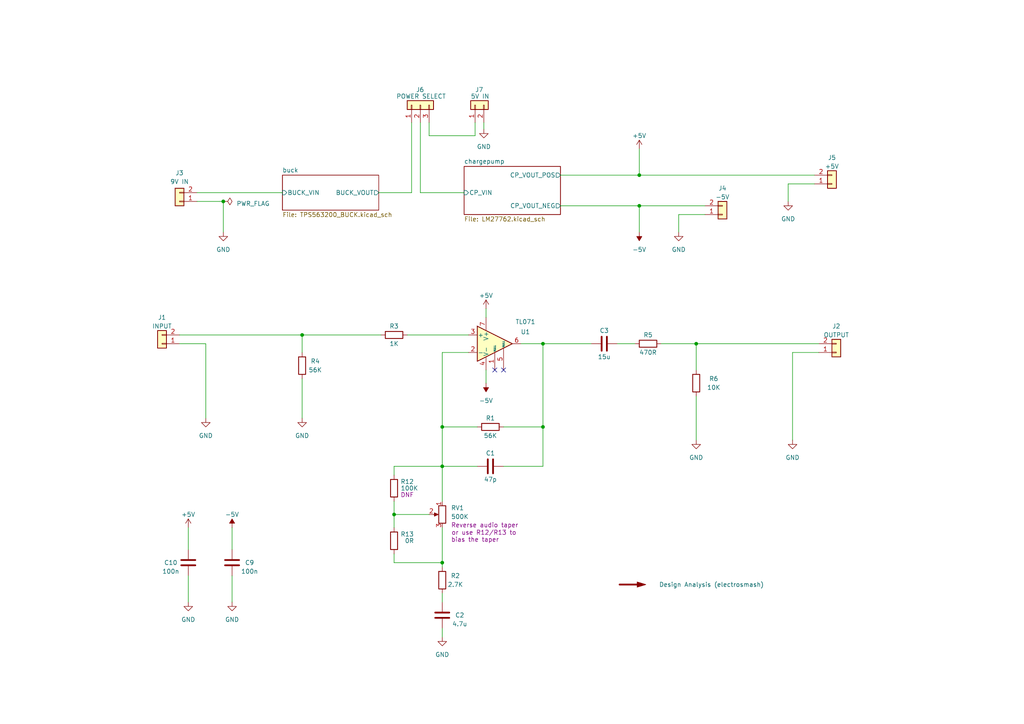
<source format=kicad_sch>
(kicad_sch (version 20230121) (generator eeschema)
  (paper "A4")
  (lib_symbols
    (symbol "Amplifier_Operational:TL071" (pin_names (offset 0.127))
      (property "Reference" "U" (at 0 6.35 0))
      (property "Value" "TL071" (at 0 3.81 0))
      (symbol "TL071_0_1"
        (polyline (pts (xy -5.08 5.08) (xy 5.08 0) (xy -5.08 -5.08) (xy -5.08 5.08)) (stroke (width 0.254)) (fill (type background)))
      )
      (symbol "TL071_1_1"
        (pin input line (at 0 -7.62 90) (length 5.08) (name "NULL") (number "1"))
        (pin input line (at -7.62 -2.54 0) (length 2.54) (name "-") (number "2"))
        (pin input line (at -7.62 2.54 0) (length 2.54) (name "+") (number "3"))
        (pin power_in line (at -2.54 -7.62 90) (length 3.81) (name "V-") (number "4"))
        (pin input line (at 2.54 -7.62 90) (length 6.35) (name "NULL") (number "5"))
        (pin output line (at 7.62 0 180) (length 2.54) (name "~") (number "6"))
        (pin power_in line (at -2.54 7.62 270) (length 3.81) (name "V+") (number "7"))
        (pin no_connect line (at 0 2.54 270) (length 2.54) hide (name "NC") (number "8"))
      )
    )
    (symbol "Connector_Generic:Conn_01x02" (pin_names (offset 1.016) hide)
      (property "Reference" "J" (at 0 2.54 0))
      (property "Value" "Conn_01x02" (at 0 -5.08 0))
      (symbol "Conn_01x02_1_1"
        (rectangle (start -1.27 -2.413) (end 0 -2.667) (stroke (width 0.1524)))
        (rectangle (start -1.27 0.127) (end 0 -0.127) (stroke (width 0.1524)))
        (rectangle (start -1.27 1.27) (end 1.27 -3.81) (stroke (width 0.254)) (fill (type background)))
        (pin passive line (at -5.08 0 0) (length 3.81) (name "Pin_1") (number "1"))
        (pin passive line (at -5.08 -2.54 0) (length 3.81) (name "Pin_2") (number "2"))
      )
    )
    (symbol "Connector_Generic:Conn_01x03" (pin_names (offset 1.016) hide)
      (property "Reference" "J" (at 0 5.08 0))
      (property "Value" "Conn_01x03" (at 0 -5.08 0))
      (symbol "Conn_01x03_1_1"
        (rectangle (start -1.27 -2.413) (end 0 -2.667) (stroke (width 0.1524)))
        (rectangle (start -1.27 0.127) (end 0 -0.127) (stroke (width 0.1524)))
        (rectangle (start -1.27 2.667) (end 0 2.413) (stroke (width 0.1524)))
        (rectangle (start -1.27 3.81) (end 1.27 -3.81) (stroke (width 0.254)) (fill (type background)))
        (pin passive line (at -5.08 2.54 0) (length 3.81) (name "Pin_1") (number "1"))
        (pin passive line (at -5.08 0 0) (length 3.81) (name "Pin_2") (number "2"))
        (pin passive line (at -5.08 -2.54 0) (length 3.81) (name "Pin_3") (number "3"))
      )
    )
    (symbol "Device:C" (pin_numbers hide) (pin_names (offset 0.254))
      (property "Reference" "C" (at 0.635 2.54 0))
      (property "Value" "C" (at 0.635 -2.54 0))
      (symbol "C_0_1"
        (polyline (pts (xy -2.032 -0.762) (xy 2.032 -0.762)) (stroke (width 0.508)))
        (polyline (pts (xy -2.032 0.762) (xy 2.032 0.762)) (stroke (width 0.508)))
      )
      (symbol "C_1_1"
        (pin passive line (at 0 3.81 270) (length 2.794) (name "~") (number "1"))
        (pin passive line (at 0 -3.81 90) (length 2.794) (name "~") (number "2"))
      )
    )
    (symbol "Device:R" (pin_numbers hide) (pin_names (offset 0))
      (property "Reference" "R" (at 2.032 0 90))
      (property "Value" "R" (at 0 0 90))
      (symbol "R_0_1"
        (rectangle (start -1.016 -2.54) (end 1.016 2.54) (stroke (width 0.254)))
      )
      (symbol "R_1_1"
        (pin passive line (at 0 3.81 270) (length 1.27) (name "~") (number "1"))
        (pin passive line (at 0 -3.81 90) (length 1.27) (name "~") (number "2"))
      )
    )
    (symbol "Device:R_Potentiometer" (pin_names (offset 1.016) hide)
      (property "Reference" "RV" (at -4.445 0 90))
      (property "Value" "R_Potentiometer" (at -2.54 0 90))
      (symbol "R_Potentiometer_0_1"
        (polyline (pts (xy 2.54 0) (xy 1.524 0)))
        (polyline (pts (xy 1.143 0) (xy 2.286 0.508) (xy 2.286 -0.508) (xy 1.143 0)) (fill (type outline)))
        (rectangle (start 1.016 2.54) (end -1.016 -2.54) (stroke (width 0.254)))
      )
      (symbol "R_Potentiometer_1_1"
        (pin passive line (at 0 3.81 270) (length 1.27) (name "1") (number "1"))
        (pin passive line (at 3.81 0 180) (length 1.27) (name "2") (number "2"))
        (pin passive line (at 0 -3.81 90) (length 1.27) (name "3") (number "3"))
      )
    )
    (symbol "Graphic:SYM_Arrow_Large" (in_bom no) (on_board no)
      (symbol "SYM_Arrow_Large_0_1"
        (polyline (pts (xy 2.54 0) (xy -3.81 0)) (stroke (width 0.508)))
        (polyline (pts (xy 3.81 0) (xy 1.27 -0.762) (xy 1.27 0.762) (xy 3.81 0)) (fill (type outline)))
      )
    )
    (symbol "power:+5V" (power) (pin_names (offset 0))
      (property "Value" "+5V" (at 0 3.556 0))
      (symbol "+5V_0_1"
        (polyline (pts (xy -0.762 1.27) (xy 0 2.54)))
        (polyline (pts (xy 0 0) (xy 0 2.54)))
        (polyline (pts (xy 0 2.54) (xy 0.762 1.27)))
      )
      (symbol "+5V_1_1"
        (pin power_in line (at 0 0 90) (length 0) hide (name "+5V") (number "1"))
      )
    )
    (symbol "power:-5V" (power) (pin_names (offset 0))
      (property "Value" "-5V" (at 0 3.81 0))
      (symbol "-5V_0_0"
        (pin power_in line (at 0 0 90) (length 0) hide (name "-5V") (number "1"))
      )
      (symbol "-5V_0_1"
        (polyline (pts (xy 0 0) (xy 0 1.27) (xy 0.762 1.27) (xy 0 2.54) (xy -0.762 1.27) (xy 0 1.27)) (fill (type outline)))
      )
    )
    (symbol "power:GND" (power) (pin_names (offset 0))
      (property "Value" "GND" (at 0 -3.81 0))
      (symbol "GND_0_1"
        (polyline (pts (xy 0 0) (xy 0 -1.27) (xy 1.27 -1.27) (xy 0 -2.54) (xy -1.27 -1.27) (xy 0 -1.27)))
      )
      (symbol "GND_1_1"
        (pin power_in line (at 0 0 270) (length 0) hide (name "GND") (number "1"))
      )
    )
    (symbol "power:PWR_FLAG" (power) (pin_numbers hide) (pin_names (offset 0) hide)
      (property "Value" "PWR_FLAG" (at 0 3.81 0))
      (symbol "PWR_FLAG_0_0"
        (pin power_out line (at 0 0 90) (length 0) (name "pwr") (number "1"))
      )
      (symbol "PWR_FLAG_0_1"
        (polyline (pts (xy 0 0) (xy 0 1.27) (xy -1.016 1.905) (xy 0 2.54) (xy 1.016 1.905) (xy 0 1.27)))
      )
    )
  )
  (junction (at 185.42 50.8))
  (junction (at 87.63 97.155))
  (junction (at 64.77 58.42))
  (junction (at 185.42 59.69))
  (junction (at 128.27 123.825))
  (junction (at 114.3 149.225))
  (junction (at 201.93 99.695))
  (junction (at 157.48 99.695))
  (junction (at 128.27 163.195))
  (junction (at 157.48 123.825))
  (junction (at 128.27 135.255))
  (no_connect (at 146.05 107.315))
  (no_connect (at 143.51 107.315))
  (wire (pts (xy 140.97 107.315) (xy 140.97 111.125)))
  (wire (pts (xy 118.11 97.155) (xy 135.89 97.155)))
  (wire (pts (xy 140.335 35.56) (xy 140.335 37.465)))
  (wire (pts (xy 57.15 58.42) (xy 64.77 58.42)))
  (wire (pts (xy 87.63 97.155) (xy 110.49 97.155)))
  (wire (pts (xy 128.27 172.085) (xy 128.27 174.625)))
  (wire (pts (xy 128.27 135.255) (xy 128.27 145.415)))
  (wire (pts (xy 121.92 55.88) (xy 134.62 55.88)))
  (wire (pts (xy 201.93 114.935) (xy 201.93 127.635)))
  (wire (pts (xy 128.27 163.195) (xy 128.27 164.465)))
  (wire (pts (xy 162.56 59.69) (xy 185.42 59.69)))
  (wire (pts (xy 201.93 99.695) (xy 191.77 99.695)))
  (wire (pts (xy 114.3 160.655) (xy 114.3 163.195)))
  (wire (pts (xy 128.27 182.245) (xy 128.27 184.785)))
  (wire (pts (xy 128.27 135.255) (xy 128.27 123.825)))
  (wire (pts (xy 114.3 163.195) (xy 128.27 163.195)))
  (wire (pts (xy 124.46 39.37) (xy 137.795 39.37)))
  (wire (pts (xy 185.42 59.69) (xy 204.47 59.69)))
  (wire (pts (xy 114.3 137.795) (xy 114.3 135.255)))
  (wire (pts (xy 236.22 53.34) (xy 228.6 53.34)))
  (wire (pts (xy 54.61 167.005) (xy 54.61 174.625)))
  (wire (pts (xy 87.63 109.855) (xy 87.63 121.285)))
  (wire (pts (xy 228.6 53.34) (xy 228.6 58.42)))
  (wire (pts (xy 237.49 102.235) (xy 229.87 102.235)))
  (wire (pts (xy 128.27 153.035) (xy 128.27 163.195)))
  (wire (pts (xy 185.42 50.8) (xy 236.22 50.8)))
  (wire (pts (xy 54.61 153.035) (xy 54.61 159.385)))
  (wire (pts (xy 162.56 50.8) (xy 185.42 50.8)))
  (wire (pts (xy 87.63 102.235) (xy 87.63 97.155)))
  (wire (pts (xy 137.795 35.56) (xy 137.795 39.37)))
  (wire (pts (xy 201.93 107.315) (xy 201.93 99.695)))
  (wire (pts (xy 114.3 145.415) (xy 114.3 149.225)))
  (wire (pts (xy 157.48 135.255) (xy 157.48 123.825)))
  (wire (pts (xy 119.38 35.56) (xy 119.38 55.88)))
  (wire (pts (xy 138.43 123.825) (xy 128.27 123.825)))
  (wire (pts (xy 64.77 58.42) (xy 64.77 67.31)))
  (wire (pts (xy 114.3 149.225) (xy 124.46 149.225)))
  (wire (pts (xy 124.46 35.56) (xy 124.46 39.37)))
  (wire (pts (xy 237.49 99.695) (xy 201.93 99.695)))
  (wire (pts (xy 121.92 35.56) (xy 121.92 55.88)))
  (wire (pts (xy 185.42 43.18) (xy 185.42 50.8)))
  (wire (pts (xy 138.43 135.255) (xy 128.27 135.255)))
  (wire (pts (xy 204.47 62.23) (xy 196.85 62.23)))
  (wire (pts (xy 157.48 99.695) (xy 157.48 123.825)))
  (wire (pts (xy 128.27 102.235) (xy 135.89 102.235)))
  (wire (pts (xy 67.31 153.035) (xy 67.31 159.385)))
  (wire (pts (xy 114.3 149.225) (xy 114.3 153.035)))
  (wire (pts (xy 157.48 123.825) (xy 146.05 123.825)))
  (wire (pts (xy 157.48 99.695) (xy 171.45 99.695)))
  (wire (pts (xy 179.07 99.695) (xy 184.15 99.695)))
  (wire (pts (xy 52.07 97.155) (xy 87.63 97.155)))
  (wire (pts (xy 146.05 135.255) (xy 157.48 135.255)))
  (wire (pts (xy 196.85 62.23) (xy 196.85 67.31)))
  (wire (pts (xy 57.15 55.88) (xy 81.915 55.88)))
  (wire (pts (xy 114.3 135.255) (xy 128.27 135.255)))
  (wire (pts (xy 185.42 59.69) (xy 185.42 67.31)))
  (wire (pts (xy 67.31 167.005) (xy 67.31 174.625)))
  (wire (pts (xy 59.69 99.695) (xy 59.69 121.285)))
  (wire (pts (xy 140.97 89.535) (xy 140.97 92.075)))
  (wire (pts (xy 151.13 99.695) (xy 157.48 99.695)))
  (wire (pts (xy 109.855 55.88) (xy 119.38 55.88)))
  (wire (pts (xy 229.87 102.235) (xy 229.87 127.635)))
  (wire (pts (xy 52.07 99.695) (xy 59.69 99.695)))
  (wire (pts (xy 128.27 123.825) (xy 128.27 102.235)))
  (symbol (lib_id "Amplifier_Operational:TL071") (at 143.51 99.695 0) (unit 1)
    (property "Reference" "U1" (at 152.4 96.2661 0))
    (property "Value" "TL071" (at 152.4 93.345 0))
    (property "Footprint" "Package_SO:SOIC-8_3.9x4.9mm_P1.27mm" (effects hide))
    (property "Datasheet" "${KIPRJMOD}/../../hw/datasheets/tl071.pdf" (effects hide))
  )
  (symbol (lib_id "Device:C") (at 142.24 135.255 90) (unit 1)
    (property "Reference" "C1" (at 142.24 131.445 90))
    (property "Value" "47p" (at 142.24 139.065 90))
    (property "Footprint" "Capacitor_SMD:C_0805_2012Metric_Pad1.18x1.45mm_HandSolder" (effects hide))
  )
  (symbol (lib_id "power:+5V") (at 185.42 43.18 0) (unit 1)
    (property "Reference" "#PWR014" (effects hide))
    (property "Value" "+5V" (at 185.42 39.37 0))
  )
  (symbol (lib_id "Device:C") (at 54.61 163.195 0) (mirror x) (unit 1)
    (property "Reference" "C10" (at 49.53 163.195 0))
    (property "Value" "100n" (at 49.53 165.735 0))
    (property "Footprint" "Capacitor_SMD:C_0805_2012Metric_Pad1.18x1.45mm_HandSolder" (effects hide))
  )
  (symbol (lib_id "Connector_Generic:Conn_01x02") (at 52.07 58.42 180) (unit 1)
    (property "Reference" "J3" (at 52.07 50.165 0))
    (property "Value" "9V IN" (at 52.07 52.705 0))
    (property "Footprint" "Connector_PinHeader_2.54mm:PinHeader_1x02_P2.54mm_Vertical" (effects hide))
  )
  (symbol (lib_id "Graphic:SYM_Arrow_Large") (at 183.515 169.545 0) (unit 1) (in_bom no) (on_board no)
    (property "Reference" "#SYM1" (effects hide))
    (property "Value" "Design Analysis (electrosmash)" (at 206.375 169.545 0))
    (property "Datasheet" "https://www.electrosmash.com/mxr-microamp" (effects hide))
    (property "Sim.Enable" "0" (effects hide))
  )
  (symbol (lib_id "Device:R") (at 142.24 123.825 90) (mirror x) (unit 1)
    (property "Reference" "R1" (at 142.24 121.285 90))
    (property "Value" "56K" (at 142.24 126.365 90))
    (property "Footprint" "Resistor_SMD:R_0805_2012Metric_Pad1.20x1.40mm_HandSolder" (effects hide))
  )
  (symbol (lib_id "Device:C") (at 175.26 99.695 90) (unit 1)
    (property "Reference" "C3" (at 175.26 95.885 90))
    (property "Value" "15u" (at 175.26 103.505 90))
    (property "Footprint" "Capacitor_SMD:C_0805_2012Metric_Pad1.18x1.45mm_HandSolder" (effects hide))
  )
  (symbol (lib_id "power:GND") (at 128.27 184.785 0) (unit 1)
    (property "Reference" "#PWR03" (effects hide))
    (property "Value" "GND" (at 128.27 189.865 0))
  )
  (symbol (lib_id "power:GND") (at 140.335 37.465 0) (unit 1)
    (property "Reference" "#PWR021" (effects hide))
    (property "Value" "GND" (at 140.335 42.545 0))
  )
  (symbol (lib_id "power:-5V") (at 67.31 153.035 0) (unit 1)
    (property "Reference" "#PWR018" (effects hide))
    (property "Value" "-5V" (at 67.31 149.225 0))
  )
  (symbol (lib_id "Connector_Generic:Conn_01x02") (at 46.99 99.695 180) (unit 1)
    (property "Reference" "J1" (at 46.99 92.075 0))
    (property "Value" "INPUT" (at 46.99 94.615 0))
    (property "Footprint" "Connector_PinHeader_2.54mm:PinHeader_1x02_P2.54mm_Vertical" (effects hide))
  )
  (symbol (lib_id "power:-5V") (at 185.42 67.31 180) (unit 1)
    (property "Reference" "#PWR013" (effects hide))
    (property "Value" "-5V" (at 185.42 72.39 0))
  )
  (symbol (lib_id "power:GND") (at 228.6 58.42 0) (mirror y) (unit 1)
    (property "Reference" "#PWR016" (effects hide))
    (property "Value" "GND" (at 228.6 63.5 0))
  )
  (symbol (lib_id "power:GND") (at 64.77 67.31 0) (unit 1)
    (property "Reference" "#PWR08" (effects hide))
    (property "Value" "GND" (at 64.77 72.39 0))
  )
  (symbol (lib_id "power:GND") (at 201.93 127.635 0) (unit 1)
    (property "Reference" "#PWR06" (effects hide))
    (property "Value" "GND" (at 201.93 132.715 0))
  )
  (symbol (lib_id "power:GND") (at 87.63 121.285 0) (unit 1)
    (property "Reference" "#PWR04" (effects hide))
    (property "Value" "GND" (at 87.63 126.365 0))
  )
  (symbol (lib_id "power:GND") (at 196.85 67.31 0) (mirror y) (unit 1)
    (property "Reference" "#PWR015" (effects hide))
    (property "Value" "GND" (at 196.85 72.39 0))
  )
  (symbol (lib_id "Connector_Generic:Conn_01x03") (at 121.92 30.48 90) (unit 1)
    (property "Reference" "J6" (at 120.65 26.035 90) (effects (justify right)))
    (property "Value" "POWER SELECT" (at 114.935 27.94 90) (effects (justify right)))
    (property "Footprint" "Connector_PinHeader_2.54mm:PinHeader_1x03_P2.54mm_Vertical" (effects hide))
  )
  (symbol (lib_id "Device:R") (at 87.63 106.045 0) (mirror x) (unit 1)
    (property "Reference" "R4" (at 91.44 104.775 0))
    (property "Value" "56K" (at 91.44 107.315 0))
    (property "Footprint" "Resistor_SMD:R_0805_2012Metric_Pad1.20x1.40mm_HandSolder" (effects hide))
  )
  (symbol (lib_id "Device:R") (at 114.3 97.155 90) (mirror x) (unit 1)
    (property "Reference" "R3" (at 114.3 94.615 90))
    (property "Value" "1K" (at 114.3 99.695 90))
    (property "Footprint" "Resistor_SMD:R_0805_2012Metric_Pad1.20x1.40mm_HandSolder" (effects hide))
  )
  (symbol (lib_id "Device:R") (at 201.93 111.125 0) (mirror x) (unit 1)
    (property "Reference" "R6" (at 207.01 109.855 0))
    (property "Value" "10K" (at 207.01 112.395 0))
    (property "Footprint" "Resistor_SMD:R_0805_2012Metric_Pad1.20x1.40mm_HandSolder" (effects hide))
  )
  (symbol (lib_id "power:GND") (at 54.61 174.625 0) (unit 1)
    (property "Reference" "#PWR020" (effects hide))
    (property "Value" "GND" (at 54.61 179.705 0))
  )
  (symbol (lib_id "power:GND") (at 59.69 121.285 0) (unit 1)
    (property "Reference" "#PWR05" (effects hide))
    (property "Value" "GND" (at 59.69 126.365 0))
  )
  (symbol (lib_id "Device:C") (at 128.27 178.435 180) (unit 1)
    (property "Reference" "C2" (at 133.35 178.435 0))
    (property "Value" "4.7u" (at 133.35 180.975 0))
    (property "Footprint" "Capacitor_SMD:C_0805_2012Metric_Pad1.18x1.45mm_HandSolder" (effects hide))
  )
  (symbol (lib_id "power:-5V") (at 140.97 111.125 180) (unit 1)
    (property "Reference" "#PWR01" (effects hide))
    (property "Value" "-5V" (at 140.97 116.205 0))
  )
  (symbol (lib_id "Device:R") (at 128.27 168.275 0) (mirror x) (unit 1)
    (property "Reference" "R2" (at 132.08 167.005 0))
    (property "Value" "2.7K" (at 132.08 169.545 0))
    (property "Footprint" "Resistor_SMD:R_0805_2012Metric_Pad1.20x1.40mm_HandSolder" (effects hide))
  )
  (symbol (lib_id "power:+5V") (at 54.61 153.035 0) (unit 1)
    (property "Reference" "#PWR017" (effects hide))
    (property "Value" "+5V" (at 54.61 149.225 0))
  )
  (symbol (lib_id "Connector_Generic:Conn_01x02") (at 209.55 62.23 0) (mirror x) (unit 1)
    (property "Reference" "J4" (at 209.55 54.61 0))
    (property "Value" "-5V" (at 209.55 57.15 0))
    (property "Footprint" "Connector_PinHeader_2.54mm:PinHeader_1x02_P2.54mm_Vertical" (effects hide))
  )
  (symbol (lib_id "Device:R") (at 114.3 141.605 0) (mirror x) (unit 1)
    (property "Reference" "R12" (at 118.11 139.7 0))
    (property "Value" "100K" (at 118.745 141.605 0))
    (property "Footprint" "Resistor_SMD:R_0805_2012Metric_Pad1.20x1.40mm_HandSolder" (effects hide))
    (property "Field4" "DNF" (at 118.11 143.51 0))
  )
  (symbol (lib_id "Device:C") (at 67.31 163.195 180) (unit 1)
    (property "Reference" "C9" (at 72.39 163.195 0))
    (property "Value" "100n" (at 72.39 165.735 0))
    (property "Footprint" "Capacitor_SMD:C_0805_2012Metric_Pad1.18x1.45mm_HandSolder" (effects hide))
  )
  (symbol (lib_id "power:+5V") (at 140.97 89.535 0) (unit 1)
    (property "Reference" "#PWR02" (effects hide))
    (property "Value" "+5V" (at 140.97 85.725 0))
  )
  (symbol (lib_id "power:GND") (at 67.31 174.625 0) (unit 1)
    (property "Reference" "#PWR019" (effects hide))
    (property "Value" "GND" (at 67.31 179.705 0))
  )
  (symbol (lib_id "Device:R") (at 114.3 156.845 0) (mirror x) (unit 1)
    (property "Reference" "R13" (at 118.11 154.94 0))
    (property "Value" "0R" (at 118.745 156.845 0))
    (property "Footprint" "Resistor_SMD:R_0805_2012Metric_Pad1.20x1.40mm_HandSolder" (effects hide))
    (property "Field4" "DNF" (effects hide))
  )
  (symbol (lib_id "power:GND") (at 229.87 127.635 0) (mirror y) (unit 1)
    (property "Reference" "#PWR07" (effects hide))
    (property "Value" "GND" (at 229.87 132.715 0))
  )
  (symbol (lib_id "Device:R_Potentiometer") (at 128.27 149.225 0) (mirror y) (unit 1)
    (property "Reference" "RV1" (at 130.81 147.32 0) (effects (justify right)))
    (property "Value" "500K" (at 130.81 149.86 0) (effects (justify right)))
    (property "Footprint" "Connector_PinHeader_2.54mm:PinHeader_1x03_P2.54mm_Vertical" (effects hide))
    (property "Comment" "Reverse audio taper " (at 130.81 152.273 0) (effects (justify right)))
    (property "Field5" "or use R12/R13 to " (at 140.843 154.432 0))
    (property "Field6" "bias the taper" (at 137.795 156.464 0))
  )
  (symbol (lib_id "Connector_Generic:Conn_01x02") (at 137.795 30.48 90) (unit 1)
    (property "Reference" "J7" (at 137.795 26.035 90) (effects (justify right)))
    (property "Value" "5V IN" (at 136.525 27.94 90) (effects (justify right)))
    (property "Footprint" "Connector_PinHeader_2.54mm:PinHeader_1x02_P2.54mm_Vertical" (effects hide))
  )
  (symbol (lib_id "Connector_Generic:Conn_01x02") (at 242.57 102.235 0) (mirror x) (unit 1)
    (property "Reference" "J2" (at 242.57 94.615 0))
    (property "Value" "OUTPUT" (at 242.57 97.155 0))
    (property "Footprint" "Connector_PinHeader_2.54mm:PinHeader_1x02_P2.54mm_Vertical" (effects hide))
  )
  (symbol (lib_id "power:PWR_FLAG") (at 64.77 58.42 270) (unit 1)
    (property "Reference" "#FLG02" (effects hide))
    (property "Value" "PWR_FLAG" (at 68.58 59.055 90) (effects (justify left)))
  )
  (symbol (lib_id "Connector_Generic:Conn_01x02") (at 241.3 53.34 0) (mirror x) (unit 1)
    (property "Reference" "J5" (at 241.3 45.72 0))
    (property "Value" "+5V" (at 241.3 48.26 0))
    (property "Footprint" "Connector_PinHeader_2.54mm:PinHeader_1x02_P2.54mm_Vertical" (effects hide))
  )
  (symbol (lib_id "Device:R") (at 187.96 99.695 90) (mirror x) (unit 1)
    (property "Reference" "R5" (at 187.96 97.155 90))
    (property "Value" "470R" (at 187.96 102.235 90))
    (property "Footprint" "Resistor_SMD:R_0805_2012Metric_Pad1.20x1.40mm_HandSolder" (effects hide))
  )
  (sheet (at 81.915 50.8) (size 27.94 10.16) (stroke (width 0.1524))
    (property "Sheetname" "buck" (at 81.915 50.0884 0) (effects (justify left bottom)))
    (property "Sheetfile" "TPS563200_BUCK.kicad_sch" (at 81.915 61.5446 0) (effects (justify left top)))
    (pin "BUCK_VOUT" output (at 109.855 55.88 0))
    (pin "BUCK_VIN" input (at 81.915 55.88 180))
  )
  (sheet (at 134.62 48.26) (size 27.94 13.97) (stroke (width 0.1524))
    (property "Sheetname" "chargepump" (at 134.62 47.5484 0) (effects (justify left bottom)))
    (property "Sheetfile" "LM27762.kicad_sch" (at 134.62 62.8146 0) (effects (justify left top)))
    (pin "CP_VIN" input (at 134.62 55.88 180))
    (pin "CP_VOUT_POS" output (at 162.56 50.8 0))
    (pin "CP_VOUT_NEG" output (at 162.56 59.69 0))
  )
)
</source>
